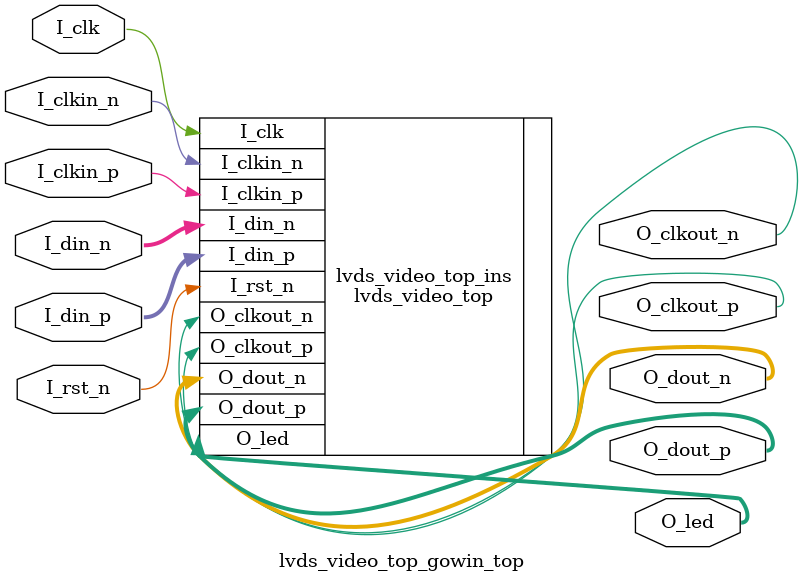
<source format=v>

module lvds_video_top_gowin_top (
    I_clk,
    I_rst_n,
    O_led,
    I_clkin_p,
    I_clkin_n,
    I_din_p,
    I_din_n,
    O_clkout_p,
    O_clkout_n,
    O_dout_p,
    O_dout_n
);
input I_clk;
input I_rst_n;
output [3:0] O_led;
input I_clkin_p;
input I_clkin_n;
input [3:0] I_din_p;
input [3:0] I_din_n;
output O_clkout_p;
output O_clkout_n;
output [3:0] O_dout_p;
output [3:0] O_dout_n;
lvds_video_top lvds_video_top_ins (
    .I_clk(I_clk),
    .I_rst_n(I_rst_n),
    .O_led(O_led[3:0]),
    .I_clkin_p(I_clkin_p),
    .I_clkin_n(I_clkin_n),
    .I_din_p(I_din_p[3:0]),
    .I_din_n(I_din_n[3:0]),
    .O_clkout_p(O_clkout_p),
    .O_clkout_n(O_clkout_n),
    .O_dout_p(O_dout_p[3:0]),
    .O_dout_n(O_dout_n[3:0])
);
endmodule

</source>
